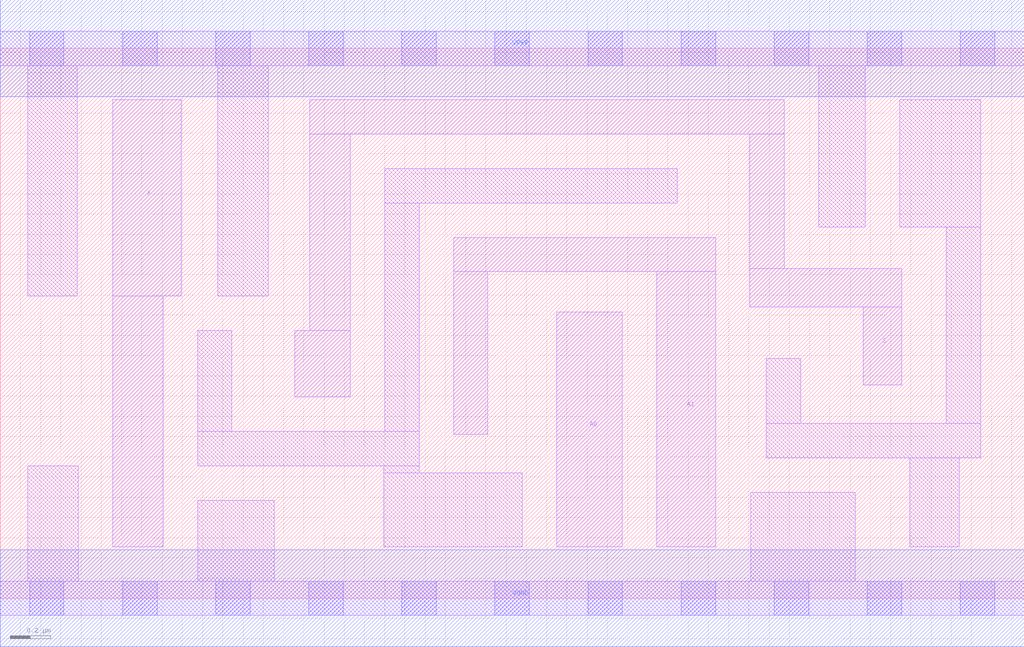
<source format=lef>
# Copyright 2020 The SkyWater PDK Authors
#
# Licensed under the Apache License, Version 2.0 (the "License");
# you may not use this file except in compliance with the License.
# You may obtain a copy of the License at
#
#     https://www.apache.org/licenses/LICENSE-2.0
#
# Unless required by applicable law or agreed to in writing, software
# distributed under the License is distributed on an "AS IS" BASIS,
# WITHOUT WARRANTIES OR CONDITIONS OF ANY KIND, either express or implied.
# See the License for the specific language governing permissions and
# limitations under the License.
#
# SPDX-License-Identifier: Apache-2.0

VERSION 5.7 ;
  NAMESCASESENSITIVE ON ;
  NOWIREEXTENSIONATPIN ON ;
  DIVIDERCHAR "/" ;
  BUSBITCHARS "[]" ;
UNITS
  DATABASE MICRONS 200 ;
END UNITS
PROPERTYDEFINITIONS
  MACRO maskLayoutSubType STRING ;
  MACRO prCellType STRING ;
  MACRO originalViewName STRING ;
END PROPERTYDEFINITIONS
MACRO sky130_fd_sc_hdll__clkmux2_2
  CLASS CORE ;
  FOREIGN sky130_fd_sc_hdll__clkmux2_2 ;
  ORIGIN  0.000000  0.000000 ;
  SIZE  5.060000 BY  2.720000 ;
  SYMMETRY X Y R90 ;
  SITE unithd ;
  PIN A0
    ANTENNAGATEAREA  0.232200 ;
    DIRECTION INPUT ;
    USE SIGNAL ;
    PORT
      LAYER li1 ;
        RECT 2.750000 0.255000 3.075000 1.415000 ;
    END
  END A0
  PIN A1
    ANTENNAGATEAREA  0.232200 ;
    DIRECTION INPUT ;
    USE SIGNAL ;
    PORT
      LAYER li1 ;
        RECT 2.240000 0.810000 2.410000 1.615000 ;
        RECT 2.240000 1.615000 3.535000 1.785000 ;
        RECT 3.245000 0.255000 3.535000 1.615000 ;
    END
  END A1
  PIN S
    ANTENNAGATEAREA  0.479400 ;
    DIRECTION INPUT ;
    USE SIGNAL ;
    PORT
      LAYER li1 ;
        RECT 1.455000 0.995000 1.730000 1.325000 ;
        RECT 1.530000 1.325000 1.730000 2.295000 ;
        RECT 1.530000 2.295000 3.875000 2.465000 ;
        RECT 3.705000 1.440000 4.455000 1.630000 ;
        RECT 3.705000 1.630000 3.875000 2.295000 ;
        RECT 4.265000 1.055000 4.455000 1.440000 ;
    END
  END S
  PIN X
    ANTENNADIFFAREA  0.430400 ;
    DIRECTION OUTPUT ;
    USE SIGNAL ;
    PORT
      LAYER li1 ;
        RECT 0.555000 0.255000 0.805000 1.495000 ;
        RECT 0.555000 1.495000 0.895000 2.465000 ;
    END
  END X
  PIN VGND
    DIRECTION INOUT ;
    USE GROUND ;
    PORT
      LAYER met1 ;
        RECT 0.000000 -0.240000 5.060000 0.240000 ;
    END
  END VGND
  PIN VPWR
    DIRECTION INOUT ;
    USE POWER ;
    PORT
      LAYER met1 ;
        RECT 0.000000 2.480000 5.060000 2.960000 ;
    END
  END VPWR
  OBS
    LAYER li1 ;
      RECT 0.000000 -0.085000 5.060000 0.085000 ;
      RECT 0.000000  2.635000 5.060000 2.805000 ;
      RECT 0.135000  0.085000 0.385000 0.655000 ;
      RECT 0.135000  1.495000 0.380000 2.635000 ;
      RECT 0.975000  0.085000 1.355000 0.485000 ;
      RECT 0.975000  0.655000 2.070000 0.825000 ;
      RECT 0.975000  0.825000 1.145000 1.325000 ;
      RECT 1.075000  1.495000 1.325000 2.635000 ;
      RECT 1.895000  0.255000 2.580000 0.620000 ;
      RECT 1.895000  0.620000 2.070000 0.655000 ;
      RECT 1.900000  0.825000 2.070000 1.955000 ;
      RECT 1.900000  1.955000 3.345000 2.125000 ;
      RECT 3.710000  0.085000 4.225000 0.525000 ;
      RECT 3.785000  0.695000 4.845000 0.865000 ;
      RECT 3.785000  0.865000 3.955000 1.185000 ;
      RECT 4.045000  1.835000 4.275000 2.635000 ;
      RECT 4.445000  1.835000 4.845000 2.465000 ;
      RECT 4.495000  0.255000 4.740000 0.695000 ;
      RECT 4.675000  0.865000 4.845000 1.835000 ;
    LAYER mcon ;
      RECT 0.145000 -0.085000 0.315000 0.085000 ;
      RECT 0.145000  2.635000 0.315000 2.805000 ;
      RECT 0.605000 -0.085000 0.775000 0.085000 ;
      RECT 0.605000  2.635000 0.775000 2.805000 ;
      RECT 1.065000 -0.085000 1.235000 0.085000 ;
      RECT 1.065000  2.635000 1.235000 2.805000 ;
      RECT 1.525000 -0.085000 1.695000 0.085000 ;
      RECT 1.525000  2.635000 1.695000 2.805000 ;
      RECT 1.985000 -0.085000 2.155000 0.085000 ;
      RECT 1.985000  2.635000 2.155000 2.805000 ;
      RECT 2.445000 -0.085000 2.615000 0.085000 ;
      RECT 2.445000  2.635000 2.615000 2.805000 ;
      RECT 2.905000 -0.085000 3.075000 0.085000 ;
      RECT 2.905000  2.635000 3.075000 2.805000 ;
      RECT 3.365000 -0.085000 3.535000 0.085000 ;
      RECT 3.365000  2.635000 3.535000 2.805000 ;
      RECT 3.825000 -0.085000 3.995000 0.085000 ;
      RECT 3.825000  2.635000 3.995000 2.805000 ;
      RECT 4.285000 -0.085000 4.455000 0.085000 ;
      RECT 4.285000  2.635000 4.455000 2.805000 ;
      RECT 4.745000 -0.085000 4.915000 0.085000 ;
      RECT 4.745000  2.635000 4.915000 2.805000 ;
  END
  PROPERTY maskLayoutSubType "abstract" ;
  PROPERTY prCellType "standard" ;
  PROPERTY originalViewName "layout" ;
END sky130_fd_sc_hdll__clkmux2_2

</source>
